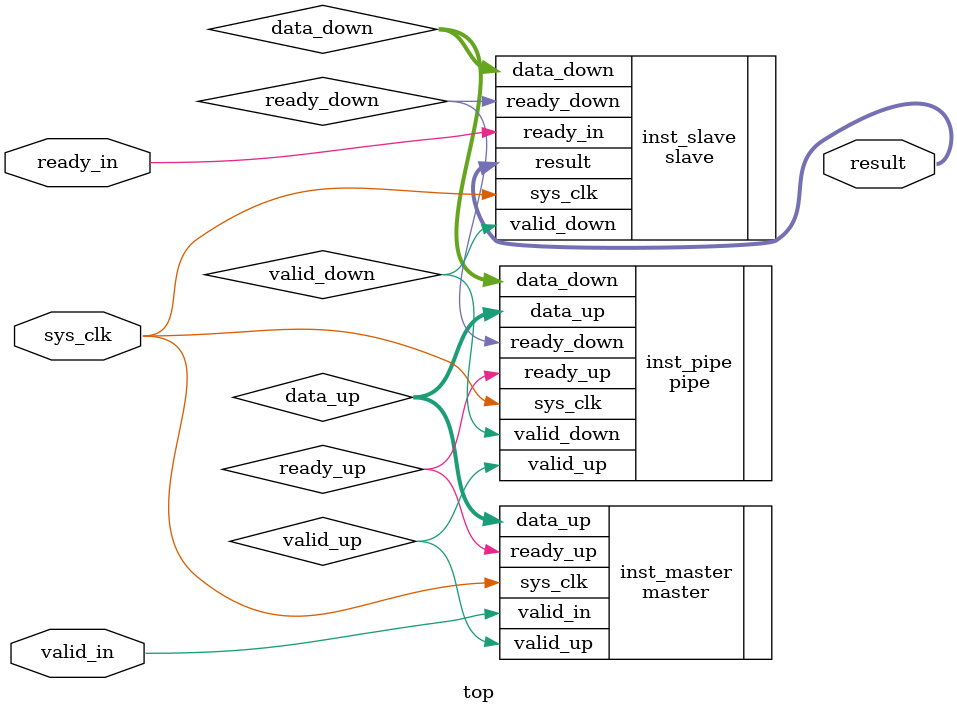
<source format=v>
module top
(
    input wire        sys_clk,
    input wire        valid_in,
    input wire        ready_in,

    output wire [2:0] result
);

wire       valid_up;
wire       valid_down;
wire       ready_down;
wire       ready_up;
wire [2:0] data_up;
wire [2:0] data_down;


master inst_master
(
    .sys_clk (sys_clk),
    .valid_in(valid_in),
    .ready_up(ready_up),

    .valid_up(valid_up),
    .data_up (data_up) 
);


pipe inst_pipe
(
    .sys_clk   (sys_clk),
    .valid_up  (valid_up),
    .data_up   (data_up),
    .ready_down(ready_down),

    .ready_up  (ready_up),
    .valid_down(valid_down),
    .data_down (data_down)
);


slave inst_slave
(
    .sys_clk   (sys_clk),
    .ready_in  (ready_in),
    .valid_down(valid_down),
    .data_down (data_down),


    .ready_down(ready_down),
    .result    (result)
);


endmodule
</source>
